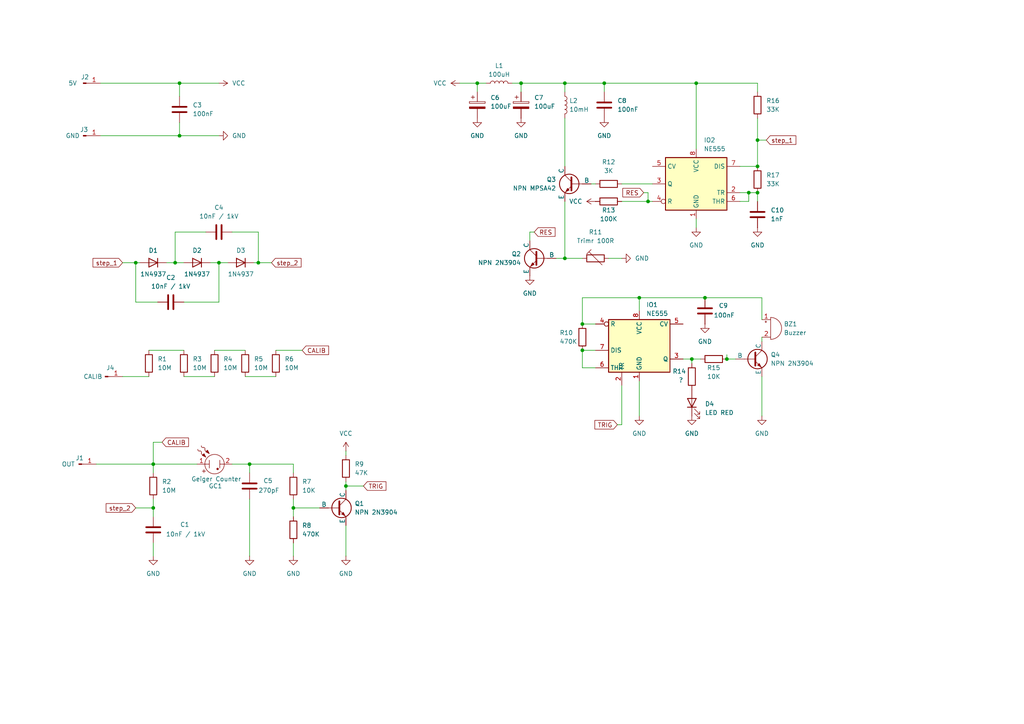
<source format=kicad_sch>
(kicad_sch (version 20231120) (generator "eeschema") (generator_version "8.0")
  (paper "A4")
  (title_block (title "Dozimetr V1") (date "23.12.2024") (company "SPŠ na Proseku") (comment 1 "Ondřej Kautský") (comment 2 "L2") (comment 3 "3EA"))
  (lib_symbols
    (symbol "Connector:Conn_01x01_Pin" (pin_names (offset 1.016) hide)
      (property "Reference" "J" (at 0 2.54 0))
      (property "Value" "Conn_01x01_Pin" (at 0 -2.54 0))
      (symbol "Conn_01x01_Pin_1_1"
        (polyline (pts (xy 1.27 0) (xy 0.8636 0)) (stroke (width 0.1524)))
        (rectangle (start 0.8636 0.127) (end 0 -0.127) (stroke (width 0.1524)) (fill (type outline)))
        (pin passive line (at 5.08 0 180) (length 3.81) (name "Pin_1") (number "1"))
      )
    )
    (symbol "Device:Buzzer" (pin_names (offset 0.0254) hide)
      (property "Reference" "BZ" (at 3.81 1.27 0))
      (property "Value" "Buzzer" (at 3.81 -1.27 0))
      (symbol "Buzzer_0_1"
        (arc (start 0 -3.175) (mid 3.1612 0) (end 0 3.175))
        (polyline (pts (xy -1.651 1.905) (xy -1.143 1.905)))
        (polyline (pts (xy -1.397 2.159) (xy -1.397 1.651)))
        (polyline (pts (xy 0 3.175) (xy 0 -3.175)))
      )
      (symbol "Buzzer_1_1"
        (pin passive line (at -2.54 2.54 0) (length 2.54) (name "+") (number "1"))
        (pin passive line (at -2.54 -2.54 0) (length 2.54) (name "-") (number "2"))
      )
    )
    (symbol "Device:C" (pin_numbers hide) (pin_names (offset 0.254))
      (property "Reference" "C" (at 0.635 2.54 0))
      (property "Value" "C" (at 0.635 -2.54 0))
      (symbol "C_0_1"
        (polyline (pts (xy -2.032 -0.762) (xy 2.032 -0.762)) (stroke (width 0.508)))
        (polyline (pts (xy -2.032 0.762) (xy 2.032 0.762)) (stroke (width 0.508)))
      )
      (symbol "C_1_1"
        (pin passive line (at 0 3.81 270) (length 2.794) (name "~") (number "1"))
        (pin passive line (at 0 -3.81 90) (length 2.794) (name "~") (number "2"))
      )
    )
    (symbol "Device:C_Polarized" (pin_numbers hide) (pin_names (offset 0.254))
      (property "Reference" "C" (at 0.635 2.54 0))
      (property "Value" "C_Polarized" (at 0.635 -2.54 0))
      (symbol "C_Polarized_0_1"
        (rectangle (start -2.286 0.508) (end 2.286 1.016))
        (polyline (pts (xy -1.778 2.286) (xy -0.762 2.286)))
        (polyline (pts (xy -1.27 2.794) (xy -1.27 1.778)))
        (rectangle (start 2.286 -0.508) (end -2.286 -1.016) (fill (type outline)))
      )
      (symbol "C_Polarized_1_1"
        (pin passive line (at 0 3.81 270) (length 2.794) (name "~") (number "1"))
        (pin passive line (at 0 -3.81 90) (length 2.794) (name "~") (number "2"))
      )
    )
    (symbol "Device:D" (pin_numbers hide) (pin_names (offset 1.016) hide)
      (property "Reference" "D" (at 0 2.54 0))
      (property "Value" "D" (at 0 -2.54 0))
      (symbol "D_0_1"
        (polyline (pts (xy -1.27 1.27) (xy -1.27 -1.27)) (stroke (width 0.254)))
        (polyline (pts (xy 1.27 0) (xy -1.27 0)))
        (polyline (pts (xy 1.27 1.27) (xy 1.27 -1.27) (xy -1.27 0) (xy 1.27 1.27)) (stroke (width 0.254)))
      )
      (symbol "D_1_1"
        (pin passive line (at -3.81 0 0) (length 2.54) (name "K") (number "1"))
        (pin passive line (at 3.81 0 180) (length 2.54) (name "A") (number "2"))
      )
    )
    (symbol "Device:L" (pin_numbers hide) (pin_names (offset 1.016) hide)
      (property "Reference" "L" (at -1.27 0 90))
      (property "Value" "L" (at 1.905 0 90))
      (symbol "L_0_1"
        (arc (start 0 -2.54) (mid 0.6323 -1.905) (end 0 -1.27))
        (arc (start 0 -1.27) (mid 0.6323 -0.635) (end 0 0))
        (arc (start 0 0) (mid 0.6323 0.635) (end 0 1.27))
        (arc (start 0 1.27) (mid 0.6323 1.905) (end 0 2.54))
      )
      (symbol "L_1_1"
        (pin passive line (at 0 3.81 270) (length 1.27) (name "1") (number "1"))
        (pin passive line (at 0 -3.81 90) (length 1.27) (name "2") (number "2"))
      )
    )
    (symbol "Device:LED" (pin_numbers hide) (pin_names (offset 1.016) hide)
      (property "Reference" "D" (at 0 2.54 0))
      (property "Value" "LED" (at 0 -2.54 0))
      (symbol "LED_0_1"
        (polyline (pts (xy -1.27 -1.27) (xy -1.27 1.27)) (stroke (width 0.254)))
        (polyline (pts (xy -1.27 0) (xy 1.27 0)))
        (polyline (pts (xy 1.27 -1.27) (xy 1.27 1.27) (xy -1.27 0) (xy 1.27 -1.27)) (stroke (width 0.254)))
        (polyline (pts (xy -3.048 -0.762) (xy -4.572 -2.286) (xy -3.81 -2.286) (xy -4.572 -2.286) (xy -4.572 -1.524)))
        (polyline (pts (xy -1.778 -0.762) (xy -3.302 -2.286) (xy -2.54 -2.286) (xy -3.302 -2.286) (xy -3.302 -1.524)))
      )
      (symbol "LED_1_1"
        (pin passive line (at -3.81 0 0) (length 2.54) (name "K") (number "1"))
        (pin passive line (at 3.81 0 180) (length 2.54) (name "A") (number "2"))
      )
    )
    (symbol "Device:R" (pin_numbers hide) (pin_names (offset 0))
      (property "Reference" "R" (at 2.032 0 90))
      (property "Value" "R" (at 0 0 90))
      (symbol "R_0_1"
        (rectangle (start -1.016 -2.54) (end 1.016 2.54) (stroke (width 0.254)))
      )
      (symbol "R_1_1"
        (pin passive line (at 0 3.81 270) (length 1.27) (name "~") (number "1"))
        (pin passive line (at 0 -3.81 90) (length 1.27) (name "~") (number "2"))
      )
    )
    (symbol "Device:R_Trim" (pin_numbers hide) (pin_names (offset 0))
      (property "Reference" "R" (at 2.54 -2.54 90))
      (property "Value" "R_Trim" (at -2.54 -0.635 90))
      (symbol "R_Trim_0_1"
        (rectangle (start -1.016 -2.54) (end 1.016 2.54) (stroke (width 0.254)))
        (polyline (pts (xy -1.905 -1.905) (xy 1.905 1.905) (xy 2.54 1.27) (xy 1.27 2.54)))
      )
      (symbol "R_Trim_1_1"
        (pin passive line (at 0 3.81 270) (length 1.27) (name "~") (number "1"))
        (pin passive line (at 0 -3.81 90) (length 1.27) (name "~") (number "2"))
      )
    )
    (symbol "ICM7555xP_1"
      (property "Reference" "IO2" (at 2.1941 12.7 0))
      (property "Value" "NE555" (at 2.1941 10.16 0))
      (symbol "ICM7555xP_1_0_0"
        (pin power_in line (at 0 -10.16 90) (length 2.54) (name "GND") (number "1"))
        (pin power_in line (at 0 10.16 270) (length 2.54) (name "VCC") (number "8"))
      )
      (symbol "ICM7555xP_1_0_1"
        (rectangle (start -8.89 -7.62) (end 8.89 7.62) (stroke (width 0.254)) (fill (type background)))
        (rectangle (start -8.89 -7.62) (end 8.89 7.62) (stroke (width 0.254)) (fill (type background)))
      )
      (symbol "ICM7555xP_1_1_1"
        (pin input line (at -5.08 -11.43 90) (length 3.81) (name "TR") (number "2"))
        (pin output line (at 12.7 -3.81 180) (length 3.81) (name "Q") (number "3"))
        (pin input inverted (at -12.7 6.35 0) (length 3.81) (name "R") (number "4"))
        (pin input line (at 12.7 6.35 180) (length 3.81) (name "CV") (number "5"))
        (pin input line (at -12.7 -6.35 0) (length 3.81) (name "THR") (number "6"))
        (pin input line (at -12.7 -1.27 0) (length 3.81) (name "DIS") (number "7"))
      )
    )
    (symbol "Sensor:Nuclear-Radiation_Detector" (pin_names (offset 0) hide)
      (property "Reference" "V" (at 5.08 1.27 0))
      (property "Value" "Nuclear-Radiation_Detector" (at 5.08 -1.27 0))
      (symbol "Nuclear-Radiation_Detector_0_0"
        (text "+" (at 2.032 3.175 0) (effects (font (size 1.27 1.27))))
      )
      (symbol "Nuclear-Radiation_Detector_0_1"
        (arc (start -2.794 3.302) (mid -2.891 3.713) (end -3.302 3.81))
        (polyline (pts (xy -1.143 -1.524) (xy 1.143 -1.524)))
        (polyline (pts (xy -1.143 1.524) (xy 1.143 1.524)))
        (polyline (pts (xy 0 -1.524) (xy 0 -2.54)))
        (polyline (pts (xy 0 2.54) (xy 0 1.524)))
        (polyline (pts (xy -2.54 3.556) (xy -3.048 3.048) (xy -2.032 2.54) (xy -2.54 3.556)) (fill (type outline)))
        (circle (center 0 0) (radius 2.8194))
        (circle (center 1.397 -0.889) (radius 0.254) (fill (type outline)))
      )
      (symbol "Nuclear-Radiation_Detector_1_1"
        (arc (start -4.826 3.302) (mid -4.923 3.713) (end -5.334 3.81))
        (arc (start -4.826 3.302) (mid -4.729 2.891) (end -4.318 2.794))
        (arc (start -3.81 2.286) (mid -3.907 2.697) (end -4.318 2.794))
        (arc (start -3.81 4.318) (mid -3.907 4.729) (end -4.318 4.826))
        (arc (start -3.81 4.318) (mid -3.713 3.907) (end -3.302 3.81))
        (polyline (pts (xy -3.556 2.54) (xy -4.064 2.032) (xy -3.048 1.524) (xy -3.556 2.54)) (fill (type outline)))
        (pin passive line (at 0 5.08 270) (length 2.54) (name "1") (number "1"))
        (pin passive line (at 0 -5.08 90) (length 2.54) (name "2") (number "2"))
      )
    )
    (symbol "Simulation_SPICE:NPN" (pin_numbers hide) (pin_names (offset 0))
      (property "Reference" "Q" (at -2.54 7.62 0))
      (property "Value" "NPN" (at -2.54 5.08 0))
      (symbol "NPN_0_1"
        (polyline (pts (xy -2.54 0) (xy 0.635 0)) (stroke (width 0.1524)))
        (polyline (pts (xy 0.635 0.635) (xy 2.54 2.54)))
        (polyline (pts (xy 2.794 -1.27) (xy 2.794 -1.27)) (stroke (width 0.1524)))
        (polyline (pts (xy 2.794 -1.27) (xy 2.794 -1.27)) (stroke (width 0.1524)))
        (polyline (pts (xy 0.635 -0.635) (xy 2.54 -2.54) (xy 2.54 -2.54)))
        (polyline (pts (xy 0.635 1.905) (xy 0.635 -1.905) (xy 0.635 -1.905)) (stroke (width 0.508)))
        (polyline (pts (xy 1.27 -1.778) (xy 1.778 -1.27) (xy 2.286 -2.286) (xy 1.27 -1.778) (xy 1.27 -1.778)) (fill (type outline)))
        (circle (center 1.27 0) (radius 2.8194) (stroke (width 0.254)))
      )
      (symbol "NPN_1_1"
        (pin open_collector line (at 2.54 5.08 270) (length 2.54) (name "C") (number "1"))
        (pin input line (at -5.08 0 0) (length 2.54) (name "B") (number "2"))
        (pin open_emitter line (at 2.54 -5.08 90) (length 2.54) (name "E") (number "3"))
      )
    )
    (symbol "Timer:ICM7555xP"
      (property "Reference" "IO1" (at 2.1941 12.7 0))
      (property "Value" "NE555" (at 2.1941 10.16 0))
      (symbol "ICM7555xP_0_0"
        (pin power_in line (at 0 -10.16 90) (length 2.54) (name "GND") (number "1"))
        (pin power_in line (at 0 10.16 270) (length 2.54) (name "VCC") (number "8"))
      )
      (symbol "ICM7555xP_0_1"
        (rectangle (start -8.89 -7.62) (end 8.89 7.62) (stroke (width 0.254)) (fill (type background)))
        (rectangle (start -8.89 7.62) (end 8.89 -7.62) (stroke (width 0.254)) (fill (type background)))
      )
      (symbol "ICM7555xP_1_1"
        (pin input line (at 12.7 -2.54 180) (length 3.81) (name "TR") (number "2"))
        (pin output line (at -12.7 0 0) (length 3.81) (name "Q") (number "3"))
        (pin input inverted (at -12.7 -5.08 0) (length 3.81) (name "R") (number "4"))
        (pin input line (at -12.7 5.08 0) (length 3.81) (name "CV") (number "5"))
        (pin input line (at 12.7 -5.08 180) (length 3.81) (name "THR") (number "6"))
        (pin input line (at 12.7 5.08 180) (length 3.81) (name "DIS") (number "7"))
      )
    )
    (symbol "power:GND" (power) (pin_numbers hide) (pin_names (offset 0) hide)
      (property "Value" "GND" (at 0 -3.81 0))
      (symbol "GND_0_1"
        (polyline (pts (xy 0 0) (xy 0 -1.27) (xy 1.27 -1.27) (xy 0 -2.54) (xy -1.27 -1.27) (xy 0 -1.27)))
      )
      (symbol "GND_1_1"
        (pin power_in line (at 0 0 270) (length 0) (name "~") (number "1"))
      )
    )
    (symbol "power:VCC" (power) (pin_numbers hide) (pin_names (offset 0) hide)
      (property "Value" "VCC" (at 0 3.556 0))
      (symbol "VCC_0_1"
        (polyline (pts (xy -0.762 1.27) (xy 0 2.54)))
        (polyline (pts (xy 0 0) (xy 0 2.54)))
        (polyline (pts (xy 0 2.54) (xy 0.762 1.27)))
      )
      (symbol "VCC_1_1"
        (pin power_in line (at 0 0 90) (length 0) (name "~") (number "1"))
      )
    )
  )
  (junction (at 52.07 39.37))
  (junction (at 52.07 24.13))
  (junction (at 219.71 40.64))
  (junction (at 72.39 134.62))
  (junction (at 185.42 86.36))
  (junction (at 201.93 24.13))
  (junction (at 204.47 86.36))
  (junction (at 200.66 104.14))
  (junction (at 210.82 104.14))
  (junction (at 217.17 55.88))
  (junction (at 219.71 55.88))
  (junction (at 44.45 134.62))
  (junction (at 219.71 48.26))
  (junction (at 44.45 147.32))
  (junction (at 100.33 140.97))
  (junction (at 168.91 93.98))
  (junction (at 74.93 76.2))
  (junction (at 163.83 24.13))
  (junction (at 163.83 74.93))
  (junction (at 187.96 58.42))
  (junction (at 168.91 101.6))
  (junction (at 50.8 76.2))
  (junction (at 63.5 76.2))
  (junction (at 175.26 24.13))
  (junction (at 151.13 24.13))
  (junction (at 138.43 24.13))
  (junction (at 85.09 147.32))
  (junction (at 39.37 76.2))
  (wire (pts (xy 153.67 67.31) (xy 154.94 67.31)))
  (wire (pts (xy 85.09 137.16) (xy 85.09 134.62)))
  (wire (pts (xy 175.26 26.67) (xy 175.26 24.13)))
  (wire (pts (xy 179.07 123.19) (xy 180.34 123.19)))
  (wire (pts (xy 39.37 87.63) (xy 39.37 76.2)))
  (wire (pts (xy 92.71 147.32) (xy 85.09 147.32)))
  (wire (pts (xy 44.45 157.48) (xy 44.45 161.29)))
  (wire (pts (xy 180.34 111.76) (xy 180.34 123.19)))
  (wire (pts (xy 100.33 139.7) (xy 100.33 140.97)))
  (wire (pts (xy 201.93 24.13) (xy 201.93 43.18)))
  (wire (pts (xy 168.91 101.6) (xy 168.91 106.68)))
  (wire (pts (xy 204.47 86.36) (xy 220.98 86.36)))
  (wire (pts (xy 29.21 24.13) (xy 52.07 24.13)))
  (wire (pts (xy 219.71 40.64) (xy 219.71 48.26)))
  (wire (pts (xy 53.34 87.63) (xy 63.5 87.63)))
  (wire (pts (xy 185.42 110.49) (xy 185.42 120.65)))
  (wire (pts (xy 133.35 24.13) (xy 138.43 24.13)))
  (wire (pts (xy 85.09 147.32) (xy 85.09 149.86)))
  (wire (pts (xy 85.09 157.48) (xy 85.09 161.29)))
  (wire (pts (xy 171.45 53.34) (xy 172.72 53.34)))
  (wire (pts (xy 138.43 24.13) (xy 140.97 24.13)))
  (wire (pts (xy 39.37 147.32) (xy 44.45 147.32)))
  (wire (pts (xy 151.13 24.13) (xy 163.83 24.13)))
  (wire (pts (xy 44.45 134.62) (xy 44.45 137.16)))
  (wire (pts (xy 213.36 104.14) (xy 210.82 104.14)))
  (wire (pts (xy 50.8 76.2) (xy 53.34 76.2)))
  (wire (pts (xy 200.66 104.14) (xy 203.2 104.14)))
  (wire (pts (xy 52.07 27.94) (xy 52.07 24.13)))
  (wire (pts (xy 63.5 39.37) (xy 52.07 39.37)))
  (wire (pts (xy 187.96 58.42) (xy 189.23 58.42)))
  (wire (pts (xy 163.83 34.29) (xy 163.83 48.26)))
  (wire (pts (xy 35.56 109.22) (xy 43.18 109.22)))
  (wire (pts (xy 163.83 58.42) (xy 163.83 74.93)))
  (wire (pts (xy 52.07 39.37) (xy 29.21 39.37)))
  (wire (pts (xy 48.26 76.2) (xy 50.8 76.2)))
  (wire (pts (xy 74.93 76.2) (xy 73.66 76.2)))
  (wire (pts (xy 148.59 24.13) (xy 151.13 24.13)))
  (wire (pts (xy 44.45 128.27) (xy 44.45 134.62)))
  (wire (pts (xy 44.45 128.27) (xy 46.99 128.27)))
  (wire (pts (xy 67.31 67.31) (xy 74.93 67.31)))
  (wire (pts (xy 60.96 76.2) (xy 63.5 76.2)))
  (wire (pts (xy 214.63 48.26) (xy 219.71 48.26)))
  (wire (pts (xy 74.93 67.31) (xy 74.93 76.2)))
  (wire (pts (xy 27.94 134.62) (xy 44.45 134.62)))
  (wire (pts (xy 168.91 86.36) (xy 185.42 86.36)))
  (wire (pts (xy 186.69 55.88) (xy 187.96 55.88)))
  (wire (pts (xy 168.91 93.98) (xy 172.72 93.98)))
  (wire (pts (xy 163.83 24.13) (xy 175.26 24.13)))
  (wire (pts (xy 63.5 76.2) (xy 63.5 87.63)))
  (wire (pts (xy 201.93 63.5) (xy 201.93 66.04)))
  (wire (pts (xy 185.42 86.36) (xy 204.47 86.36)))
  (wire (pts (xy 187.96 55.88) (xy 187.96 58.42)))
  (wire (pts (xy 71.12 109.22) (xy 80.01 109.22)))
  (wire (pts (xy 180.34 58.42) (xy 187.96 58.42)))
  (wire (pts (xy 185.42 86.36) (xy 185.42 90.17)))
  (wire (pts (xy 201.93 24.13) (xy 219.71 24.13)))
  (wire (pts (xy 210.82 104.14) (xy 210.82 102.87)))
  (wire (pts (xy 74.93 76.2) (xy 78.74 76.2)))
  (wire (pts (xy 72.39 134.62) (xy 85.09 134.62)))
  (wire (pts (xy 67.31 134.62) (xy 72.39 134.62)))
  (wire (pts (xy 198.12 104.14) (xy 200.66 104.14)))
  (wire (pts (xy 180.34 74.93) (xy 176.53 74.93)))
  (wire (pts (xy 219.71 40.64) (xy 222.25 40.64)))
  (wire (pts (xy 72.39 134.62) (xy 72.39 137.16)))
  (wire (pts (xy 50.8 67.31) (xy 50.8 76.2)))
  (wire (pts (xy 100.33 152.4) (xy 100.33 161.29)))
  (wire (pts (xy 44.45 134.62) (xy 57.15 134.62)))
  (wire (pts (xy 44.45 147.32) (xy 44.45 149.86)))
  (wire (pts (xy 163.83 24.13) (xy 163.83 26.67)))
  (wire (pts (xy 100.33 140.97) (xy 105.41 140.97)))
  (wire (pts (xy 80.01 101.6) (xy 87.63 101.6)))
  (wire (pts (xy 163.83 74.93) (xy 168.91 74.93)))
  (wire (pts (xy 153.67 67.31) (xy 153.67 69.85)))
  (wire (pts (xy 180.34 53.34) (xy 189.23 53.34)))
  (wire (pts (xy 39.37 76.2) (xy 40.64 76.2)))
  (wire (pts (xy 219.71 58.42) (xy 219.71 55.88)))
  (wire (pts (xy 100.33 130.81) (xy 100.33 132.08)))
  (wire (pts (xy 72.39 144.78) (xy 72.39 161.29)))
  (wire (pts (xy 35.56 76.2) (xy 39.37 76.2)))
  (wire (pts (xy 220.98 97.79) (xy 220.98 99.06)))
  (wire (pts (xy 63.5 76.2) (xy 66.04 76.2)))
  (wire (pts (xy 219.71 34.29) (xy 219.71 40.64)))
  (wire (pts (xy 214.63 55.88) (xy 217.17 55.88)))
  (wire (pts (xy 217.17 55.88) (xy 217.17 58.42)))
  (wire (pts (xy 200.66 104.14) (xy 200.66 105.41)))
  (wire (pts (xy 59.69 67.31) (xy 50.8 67.31)))
  (wire (pts (xy 39.37 87.63) (xy 45.72 87.63)))
  (wire (pts (xy 53.34 109.22) (xy 62.23 109.22)))
  (wire (pts (xy 43.18 101.6) (xy 53.34 101.6)))
  (wire (pts (xy 168.91 93.98) (xy 168.91 86.36)))
  (wire (pts (xy 62.23 101.6) (xy 71.12 101.6)))
  (wire (pts (xy 220.98 92.71) (xy 220.98 86.36)))
  (wire (pts (xy 151.13 26.67) (xy 151.13 24.13)))
  (wire (pts (xy 161.29 74.93) (xy 163.83 74.93)))
  (wire (pts (xy 172.72 106.68) (xy 168.91 106.68)))
  (wire (pts (xy 44.45 144.78) (xy 44.45 147.32)))
  (wire (pts (xy 85.09 144.78) (xy 85.09 147.32)))
  (wire (pts (xy 217.17 55.88) (xy 219.71 55.88)))
  (wire (pts (xy 220.98 109.22) (xy 220.98 120.65)))
  (wire (pts (xy 219.71 26.67) (xy 219.71 24.13)))
  (wire (pts (xy 100.33 140.97) (xy 100.33 142.24)))
  (wire (pts (xy 138.43 24.13) (xy 138.43 26.67)))
  (wire (pts (xy 168.91 101.6) (xy 172.72 101.6)))
  (wire (pts (xy 52.07 24.13) (xy 63.5 24.13)))
  (wire (pts (xy 214.63 58.42) (xy 217.17 58.42)))
  (wire (pts (xy 175.26 24.13) (xy 201.93 24.13)))
  (wire (pts (xy 52.07 35.56) (xy 52.07 39.37)))
  (global_label "RES" (shape input) (at 186.69 55.88 180) (property "Intersheetrefs" "${INTERSHEET_REFS}" (effects (hide yes))))
  (global_label "TRIG" (shape input) (at 105.41 140.97 0) (property "Intersheetrefs" "${INTERSHEET_REFS}" (effects (hide yes))))
  (global_label "CALIB" (shape input) (at 46.99 128.27 0) (property "Intersheetrefs" "${INTERSHEET_REFS}" (effects (hide yes))))
  (global_label "RES" (shape input) (at 154.94 67.31 0) (property "Intersheetrefs" "${INTERSHEET_REFS}" (effects (hide yes))))
  (global_label "step_2" (shape input) (at 78.74 76.2 0) (property "Intersheetrefs" "${INTERSHEET_REFS}" (effects (hide yes))))
  (global_label "TRIG" (shape input) (at 179.07 123.19 180) (property "Intersheetrefs" "${INTERSHEET_REFS}" (effects (hide yes))))
  (global_label "CALIB" (shape input) (at 87.63 101.6 0) (property "Intersheetrefs" "${INTERSHEET_REFS}" (effects (hide yes))))
  (global_label "step_1" (shape input) (at 222.25 40.64 0) (property "Intersheetrefs" "${INTERSHEET_REFS}" (effects (hide yes))))
  (global_label "step_1" (shape input) (at 35.56 76.2 180) (property "Intersheetrefs" "${INTERSHEET_REFS}" (effects (hide yes))))
  (global_label "step_2" (shape input) (at 39.37 147.32 180) (property "Intersheetrefs" "${INTERSHEET_REFS}" (effects (hide yes))))
  (symbol (lib_id "Device:C") (at 63.5 67.31 270) (unit 1)
    (property "Reference" "C4" (at 63.5 60.198 90))
    (property "Value" "10nF / 1kV" (at 63.5 62.738 90))
    (property "Footprint" "Capacitor_THT:C_Disc_D4.3mm_W1.9mm_P5.00mm" (effects (hide yes)))
    (property "Description" "Unpolarized capacitor" (effects (hide yes)))
  )
  (symbol (lib_id "Device:C") (at 49.53 87.63 270) (unit 1)
    (property "Reference" "C2" (at 49.53 80.518 90))
    (property "Value" "10nF / 1kV" (at 49.53 83.058 90))
    (property "Footprint" "Capacitor_THT:C_Disc_D4.3mm_W1.9mm_P5.00mm" (effects (hide yes)))
    (property "Description" "Unpolarized capacitor" (effects (hide yes)))
  )
  (symbol (lib_id "Device:R") (at 80.01 105.41 0) (unit 1)
    (property "Reference" "R6" (at 82.55 104.1399 0) (effects (justify left)))
    (property "Value" "10M" (at 82.55 106.6799 0) (effects (justify left)))
    (property "Footprint" "Resistor_THT:R_Axial_DIN0207_L6.3mm_D2.5mm_P10.16mm_Horizontal" (effects (hide yes)))
    (property "Description" "Resistor" (effects (hide yes)))
  )
  (symbol (lib_id "power:GND") (at 85.09 161.29 0) (unit 1)
    (property "Reference" "#PWR05" (effects (hide yes)))
    (property "Value" "GND" (at 85.09 166.37 0))
    (property "Description" "Power symbol creates a global label with name \"GND\" , ground" (effects (hide yes)))
  )
  (symbol (lib_id "Device:R") (at 207.01 104.14 90) (unit 1)
    (property "Reference" "R15" (at 207.01 106.68 90))
    (property "Value" "10K" (at 207.01 109.22 90))
    (property "Footprint" "Resistor_THT:R_Axial_DIN0207_L6.3mm_D2.5mm_P10.16mm_Horizontal" (effects (hide yes)))
    (property "Description" "Resistor" (effects (hide yes)))
  )
  (symbol (lib_id "Device:R") (at 53.34 105.41 0) (unit 1)
    (property "Reference" "R3" (at 55.88 104.1399 0) (effects (justify left)))
    (property "Value" "10M" (at 55.88 106.6799 0) (effects (justify left)))
    (property "Footprint" "Resistor_THT:R_Axial_DIN0207_L6.3mm_D2.5mm_P10.16mm_Horizontal" (effects (hide yes)))
    (property "Description" "Resistor" (effects (hide yes)))
  )
  (symbol (lib_id "power:GND") (at 204.47 93.98 0) (unit 1)
    (property "Reference" "#PWR018" (effects (hide yes)))
    (property "Value" "GND" (at 204.47 99.06 0))
    (property "Description" "Power symbol creates a global label with name \"GND\" , ground" (effects (hide yes)))
  )
  (symbol (lib_id "Device:LED") (at 200.66 116.84 90) (unit 1)
    (property "Reference" "D4" (at 204.47 117.1574 90) (effects (justify right)))
    (property "Value" "LED RED" (at 204.47 119.6974 90) (effects (justify right)))
    (property "Footprint" "LED_THT:LED_D5.0mm" (effects (hide yes)))
    (property "Description" "Light emitting diode" (effects (hide yes)))
  )
  (symbol (lib_id "Device:C") (at 44.45 153.67 180) (unit 1)
    (property "Reference" "C1" (at 53.594 152.146 0))
    (property "Value" "10nF / 1kV" (at 53.848 154.94 0))
    (property "Footprint" "Capacitor_THT:C_Disc_D4.3mm_W1.9mm_P5.00mm" (effects (hide yes)))
    (property "Description" "Unpolarized capacitor" (effects (hide yes)))
  )
  (symbol (lib_id "power:GND") (at 44.45 161.29 0) (unit 1)
    (property "Reference" "#PWR01" (effects (hide yes)))
    (property "Value" "GND" (at 44.45 166.37 0))
    (property "Description" "Power symbol creates a global label with name \"GND\" , ground" (effects (hide yes)))
  )
  (symbol (lib_id "Device:R") (at 176.53 58.42 90) (unit 1)
    (property "Reference" "R13" (at 176.53 60.96 90))
    (property "Value" "100K" (at 176.53 63.5 90))
    (property "Footprint" "Resistor_THT:R_Axial_DIN0207_L6.3mm_D2.5mm_P10.16mm_Horizontal" (effects (hide yes)))
    (property "Description" "Resistor" (effects (hide yes)))
  )
  (symbol (lib_id "power:GND") (at 219.71 66.04 0) (unit 1)
    (property "Reference" "#PWR019" (effects (hide yes)))
    (property "Value" "GND" (at 219.71 71.12 0))
    (property "Description" "Power symbol creates a global label with name \"GND\" , ground" (effects (hide yes)))
  )
  (symbol (lib_id "Device:R") (at 168.91 97.79 0) (unit 1)
    (property "Reference" "R10" (at 162.306 96.52 0) (effects (justify left)))
    (property "Value" "470K" (at 162.306 99.06 0) (effects (justify left)))
    (property "Footprint" "Resistor_THT:R_Axial_DIN0207_L6.3mm_D2.5mm_P10.16mm_Horizontal" (effects (hide yes)))
    (property "Description" "Resistor" (effects (hide yes)))
  )
  (symbol (lib_id "power:GND") (at 201.93 66.04 0) (unit 1)
    (property "Reference" "#PWR017" (effects (hide yes)))
    (property "Value" "GND" (at 201.93 71.12 0))
    (property "Description" "Power symbol creates a global label with name \"GND\" , ground" (effects (hide yes)))
  )
  (symbol (lib_id "Device:D") (at 69.85 76.2 0) (mirror y) (unit 1)
    (property "Reference" "D3" (at 69.85 72.644 0))
    (property "Value" "1N4937" (at 69.85 79.502 0))
    (property "Footprint" "Diode_THT:D_A-405_P10.16mm_Horizontal" (effects (hide yes)))
    (property "Description" "Diode" (effects (hide yes)))
    (property "Sim.Device" "D" (effects (hide yes)))
    (property "Sim.Pins" "1=K 2=A" (effects (hide yes)))
  )
  (symbol (lib_id "Device:R") (at 71.12 105.41 0) (unit 1)
    (property "Reference" "R5" (at 73.66 104.1399 0) (effects (justify left)))
    (property "Value" "10M" (at 73.66 106.6799 0) (effects (justify left)))
    (property "Footprint" "Resistor_THT:R_Axial_DIN0207_L6.3mm_D2.5mm_P10.16mm_Horizontal" (effects (hide yes)))
    (property "Description" "Resistor" (effects (hide yes)))
  )
  (symbol (lib_id "power:VCC") (at 172.72 58.42 90) (mirror x) (unit 1)
    (property "Reference" "#PWR012" (effects (hide yes)))
    (property "Value" "VCC" (at 168.91 58.4199 90) (effects (justify left)))
    (property "Description" "Power symbol creates a global label with name \"VCC\"" (effects (hide yes)))
  )
  (symbol (lib_id "power:GND") (at 138.43 34.29 0) (unit 1)
    (property "Reference" "#PWR09" (effects (hide yes)))
    (property "Value" "GND" (at 138.43 39.37 0))
    (property "Description" "Power symbol creates a global label with name \"GND\" , ground" (effects (hide yes)))
  )
  (symbol (lib_id "Device:R") (at 219.71 30.48 0) (unit 1)
    (property "Reference" "R16" (at 222.25 29.2099 0) (effects (justify left)))
    (property "Value" "33K" (at 222.25 31.7499 0) (effects (justify left)))
    (property "Footprint" "Resistor_THT:R_Axial_DIN0207_L6.3mm_D2.5mm_P10.16mm_Horizontal" (effects (hide yes)))
    (property "Description" "Resistor" (effects (hide yes)))
  )
  (symbol (lib_id "Connector:Conn_01x01_Pin") (at 30.48 109.22 0) (unit 1)
    (property "Reference" "J4" (at 32.004 106.68 0))
    (property "Value" "CALIB " (at 27.432 109.22 0))
    (property "Footprint" "Connector_PinHeader_1.00mm:PinHeader_1x01_P1.00mm_Vertical" (effects (hide yes)))
    (property "Description" "Generic connector, single row, 01x01, script generated" (effects (hide yes)))
  )
  (symbol (lib_id "Device:R") (at 44.45 140.97 0) (unit 1)
    (property "Reference" "R2" (at 46.99 139.6999 0) (effects (justify left)))
    (property "Value" "10M" (at 46.99 142.2399 0) (effects (justify left)))
    (property "Footprint" "Resistor_THT:R_Axial_DIN0207_L6.3mm_D2.5mm_P10.16mm_Horizontal" (effects (hide yes)))
    (property "Description" "Resistor" (effects (hide yes)))
  )
  (symbol (lib_id "Simulation_SPICE:NPN") (at 218.44 104.14 0) (unit 1)
    (property "Reference" "Q4" (at 223.52 102.8699 0) (effects (justify left)))
    (property "Value" "NPN 2N3904" (at 223.52 105.4099 0) (effects (justify left)))
    (property "Footprint" "Package_TO_SOT_THT:TO-92" (effects (hide yes)))
    (property "Datasheet" "https://ngspice.sourceforge.io/docs/ngspice-html-manual/manual.xhtml#cha_BJTs" (effects (hide yes)))
    (property "Description" "Bipolar transistor symbol for simulation only, substrate tied to the emitter" (effects (hide yes)))
    (property "Sim.Device" "NPN" (effects (hide yes)))
    (property "Sim.Type" "GUMMELPOON" (effects (hide yes)))
    (property "Sim.Pins" "1=C 2=B 3=E" (effects (hide yes)))
  )
  (symbol (lib_id "Connector:Conn_01x01_Pin") (at 24.13 24.13 0) (unit 1)
    (property "Reference" "J2" (at 24.638 22.352 0))
    (property "Value" "5V" (at 21.082 24.13 0))
    (property "Footprint" "Connector_PinHeader_1.00mm:PinHeader_1x01_P1.00mm_Vertical" (effects (hide yes)))
    (property "Description" "Generic connector, single row, 01x01, script generated" (effects (hide yes)))
  )
  (symbol (lib_id "Simulation_SPICE:NPN") (at 156.21 74.93 0) (mirror y) (unit 1)
    (property "Reference" "Q2" (at 151.13 73.6599 0) (effects (justify left)))
    (property "Value" "NPN 2N3904" (at 151.13 76.1999 0) (effects (justify left)))
    (property "Footprint" "Package_TO_SOT_THT:TO-92" (effects (hide yes)))
    (property "Datasheet" "https://ngspice.sourceforge.io/docs/ngspice-html-manual/manual.xhtml#cha_BJTs" (effects (hide yes)))
    (property "Description" "Bipolar transistor symbol for simulation only, substrate tied to the emitter" (effects (hide yes)))
    (property "Sim.Device" "NPN" (effects (hide yes)))
    (property "Sim.Type" "GUMMELPOON" (effects (hide yes)))
    (property "Sim.Pins" "1=C 2=B 3=E" (effects (hide yes)))
  )
  (symbol (lib_id "Device:D") (at 44.45 76.2 0) (mirror y) (unit 1)
    (property "Reference" "D1" (at 44.45 72.644 0))
    (property "Value" "1N4937" (at 44.45 79.502 0))
    (property "Footprint" "Diode_THT:D_A-405_P10.16mm_Horizontal" (effects (hide yes)))
    (property "Description" "Diode" (effects (hide yes)))
    (property "Sim.Device" "D" (effects (hide yes)))
    (property "Sim.Pins" "1=K 2=A" (effects (hide yes)))
  )
  (symbol (lib_id "Device:Buzzer") (at 223.52 95.25 0) (unit 1)
    (property "Reference" "BZ1" (at 227.33 93.9799 0) (effects (justify left)))
    (property "Value" "Buzzer" (at 227.33 96.5199 0) (effects (justify left)))
    (property "Footprint" "Buzzer_Beeper:Buzzer_15x7.5RM7.6" (effects (hide yes)))
    (property "Description" "Buzzer, polarized" (effects (hide yes)))
  )
  (symbol (lib_id "power:VCC") (at 133.35 24.13 90) (mirror x) (unit 1)
    (property "Reference" "#PWR08" (effects (hide yes)))
    (property "Value" "VCC" (at 129.54 24.1299 90) (effects (justify left)))
    (property "Description" "Power symbol creates a global label with name \"VCC\"" (effects (hide yes)))
  )
  (symbol (lib_name "ICM7555xP_1") (lib_id "Timer:ICM7555xP") (at 185.42 100.33 0) (unit 1)
    (property "Reference" "IO1" (at 187.452 88.392 0) (effects (justify left)))
    (property "Value" "NE555" (at 187.452 90.932 0) (effects (justify left)))
    (property "Footprint" "Package_DIP:DIP-8_W7.62mm_Socket_LongPads" (effects (hide yes)))
    (property "Datasheet" "http://www.intersil.com/content/dam/Intersil/documents/icm7/icm7555-56.pdf" (effects (hide yes)))
    (property "Description" "CMOS General Purpose Timer, 555 compatible, PDIP-8" (effects (hide yes)))
  )
  (symbol (lib_id "power:GND") (at 72.39 161.29 0) (unit 1)
    (property "Reference" "#PWR04" (effects (hide yes)))
    (property "Value" "GND" (at 72.39 166.37 0))
    (property "Description" "Power symbol creates a global label with name \"GND\" , ground" (effects (hide yes)))
  )
  (symbol (lib_id "power:GND") (at 100.33 161.29 0) (unit 1)
    (property "Reference" "#PWR07" (effects (hide yes)))
    (property "Value" "GND" (at 100.33 166.37 0))
    (property "Description" "Power symbol creates a global label with name \"GND\" , ground" (effects (hide yes)))
  )
  (symbol (lib_id "Simulation_SPICE:NPN") (at 97.79 147.32 0) (unit 1)
    (property "Reference" "Q1" (at 102.87 146.0499 0) (effects (justify left)))
    (property "Value" "NPN 2N3904" (at 102.87 148.5899 0) (effects (justify left)))
    (property "Footprint" "Package_TO_SOT_THT:TO-92" (effects (hide yes)))
    (property "Datasheet" "https://ngspice.sourceforge.io/docs/ngspice-html-manual/manual.xhtml#cha_BJTs" (effects (hide yes)))
    (property "Description" "Bipolar transistor symbol for simulation only, substrate tied to the emitter" (effects (hide yes)))
    (property "Sim.Device" "NPN" (effects (hide yes)))
    (property "Sim.Type" "GUMMELPOON" (effects (hide yes)))
    (property "Sim.Pins" "1=C 2=B 3=E" (effects (hide yes)))
  )
  (symbol (lib_id "Device:R") (at 62.23 105.41 0) (unit 1)
    (property "Reference" "R4" (at 64.77 104.1399 0) (effects (justify left)))
    (property "Value" "10M" (at 64.77 106.6799 0) (effects (justify left)))
    (property "Footprint" "Resistor_THT:R_Axial_DIN0207_L6.3mm_D2.5mm_P10.16mm_Horizontal" (effects (hide yes)))
    (property "Description" "Resistor" (effects (hide yes)))
  )
  (symbol (lib_id "Device:C") (at 72.39 140.97 180) (unit 1)
    (property "Reference" "C5" (at 77.724 139.446 0))
    (property "Value" "270pF" (at 77.978 142.24 0))
    (property "Footprint" "Capacitor_THT:C_Disc_D4.3mm_W1.9mm_P5.00mm" (effects (hide yes)))
    (property "Description" "Unpolarized capacitor" (effects (hide yes)))
  )
  (symbol (lib_id "power:GND") (at 151.13 34.29 0) (unit 1)
    (property "Reference" "#PWR010" (effects (hide yes)))
    (property "Value" "GND" (at 151.13 39.37 0))
    (property "Description" "Power symbol creates a global label with name \"GND\" , ground" (effects (hide yes)))
  )
  (symbol (lib_id "Device:R_Trim") (at 172.72 74.93 90) (unit 1)
    (property "Reference" "R11" (at 172.72 67.31 90))
    (property "Value" "Trimr 100R" (at 172.72 69.85 90))
    (property "Footprint" "Resistor_THT:R_Axial_DIN0207_L6.3mm_D2.5mm_P10.16mm_Horizontal" (effects (hide yes)))
    (property "Description" "Trimmable resistor (preset resistor)" (effects (hide yes)))
  )
  (symbol (lib_id "power:GND") (at 185.42 120.65 0) (unit 1)
    (property "Reference" "#PWR015" (effects (hide yes)))
    (property "Value" "GND" (at 185.42 125.73 0))
    (property "Description" "Power symbol creates a global label with name \"GND\" , ground" (effects (hide yes)))
  )
  (symbol (lib_id "Device:R") (at 85.09 140.97 0) (unit 1)
    (property "Reference" "R7" (at 87.63 139.6999 0) (effects (justify left)))
    (property "Value" "10K" (at 87.63 142.2399 0) (effects (justify left)))
    (property "Footprint" "Resistor_THT:R_Axial_DIN0207_L6.3mm_D2.5mm_P10.16mm_Horizontal" (effects (hide yes)))
    (property "Description" "Resistor" (effects (hide yes)))
  )
  (symbol (lib_id "Device:D") (at 57.15 76.2 0) (mirror y) (unit 1)
    (property "Reference" "D2" (at 57.15 72.644 0))
    (property "Value" "1N4937" (at 57.15 79.502 0))
    (property "Footprint" "Diode_THT:D_A-405_P10.16mm_Horizontal" (effects (hide yes)))
    (property "Description" "Diode" (effects (hide yes)))
    (property "Sim.Device" "D" (effects (hide yes)))
    (property "Sim.Pins" "1=K 2=A" (effects (hide yes)))
  )
  (symbol (lib_id "power:GND") (at 200.66 120.65 0) (unit 1)
    (property "Reference" "#PWR016" (effects (hide yes)))
    (property "Value" "GND" (at 200.66 125.73 0))
    (property "Description" "Power symbol creates a global label with name \"GND\" , ground" (effects (hide yes)))
  )
  (symbol (lib_id "Device:R") (at 176.53 53.34 90) (unit 1)
    (property "Reference" "R12" (at 176.53 46.99 90))
    (property "Value" "3K" (at 176.53 49.53 90))
    (property "Footprint" "Resistor_THT:R_Axial_DIN0207_L6.3mm_D2.5mm_P10.16mm_Horizontal" (effects (hide yes)))
    (property "Description" "Resistor" (effects (hide yes)))
  )
  (symbol (lib_id "power:VCC") (at 100.33 130.81 0) (unit 1)
    (property "Reference" "#PWR06" (effects (hide yes)))
    (property "Value" "VCC" (at 100.33 125.73 0))
    (property "Description" "Power symbol creates a global label with name \"VCC\"" (effects (hide yes)))
  )
  (symbol (lib_id "Connector:Conn_01x01_Pin") (at 24.13 39.37 0) (unit 1)
    (property "Reference" "J3" (at 24.384 37.592 0))
    (property "Value" "GND" (at 21.082 39.37 0))
    (property "Footprint" "Connector_PinHeader_1.00mm:PinHeader_1x01_P1.00mm_Vertical" (effects (hide yes)))
    (property "Description" "Generic connector, single row, 01x01, script generated" (effects (hide yes)))
  )
  (symbol (lib_id "Sensor:Nuclear-Radiation_Detector") (at 62.23 134.62 90) (mirror x) (unit 1)
    (property "Reference" "GC1" (at 62.484 140.97 90))
    (property "Value" "Geiger Counter" (at 62.738 138.938 90))
    (property "Footprint" "special:GeigerTube Holder v3 (final)" (effects (hide yes)))
    (property "Description" "Generic radiation detector" (effects (hide yes)))
  )
  (symbol (lib_id "Connector:Conn_01x01_Pin") (at 22.86 134.62 0) (unit 1)
    (property "Reference" "J1" (at 23.114 132.842 0))
    (property "Value" "OUT" (at 19.812 134.62 0))
    (property "Footprint" "Connector_PinHeader_1.00mm:PinHeader_1x01_P1.00mm_Vertical" (effects (hide yes)))
    (property "Description" "Generic connector, single row, 01x01, script generated" (effects (hide yes)))
  )
  (symbol (lib_id "Timer:ICM7555xP") (at 201.93 53.34 0) (unit 1)
    (property "Reference" "IO2" (at 204.1241 40.64 0) (effects (justify left)))
    (property "Value" "NE555" (at 204.1241 43.18 0) (effects (justify left)))
    (property "Footprint" "Package_DIP:DIP-8_W7.62mm_Socket_LongPads" (effects (hide yes)))
    (property "Datasheet" "http://www.intersil.com/content/dam/Intersil/documents/icm7/icm7555-56.pdf" (effects (hide yes)))
    (property "Description" "CMOS General Purpose Timer, 555 compatible, PDIP-8" (effects (hide yes)))
  )
  (symbol (lib_id "Device:L") (at 163.83 30.48 0) (unit 1)
    (property "Reference" "L2" (at 165.1 29.2099 0) (effects (justify left)))
    (property "Value" "10mH" (at 165.1 31.7499 0) (effects (justify left)))
    (property "Footprint" "Inductor_THT:L_Radial_D10.0mm_P5.00mm_Fastron_07M" (effects (hide yes)))
    (property "Description" "Inductor" (effects (hide yes)))
  )
  (symbol (lib_id "Device:C") (at 175.26 30.48 0) (unit 1)
    (property "Reference" "C8" (at 179.07 29.2099 0) (effects (justify left)))
    (property "Value" "100nF" (at 179.07 31.7499 0) (effects (justify left)))
    (property "Footprint" "Capacitor_THT:C_Disc_D4.3mm_W1.9mm_P5.00mm" (effects (hide yes)))
    (property "Description" "Unpolarized capacitor" (effects (hide yes)))
  )
  (symbol (lib_id "Device:R") (at 200.66 109.22 0) (unit 1)
    (property "Reference" "R14" (at 195.072 107.696 0) (effects (justify left)))
    (property "Value" "?" (at 196.85 110.236 0) (effects (justify left)))
    (property "Footprint" "Resistor_THT:R_Axial_DIN0207_L6.3mm_D2.5mm_P10.16mm_Horizontal" (effects (hide yes)))
    (property "Description" "Resistor" (effects (hide yes)))
  )
  (symbol (lib_id "Simulation_SPICE:NPN") (at 166.37 53.34 0) (mirror y) (unit 1)
    (property "Reference" "Q3" (at 161.29 52.0699 0) (effects (justify left)))
    (property "Value" "NPN MPSA42" (at 161.29 54.6099 0) (effects (justify left)))
    (property "Footprint" "Package_TO_SOT_THT:TO-92" (effects (hide yes)))
    (property "Datasheet" "https://ngspice.sourceforge.io/docs/ngspice-html-manual/manual.xhtml#cha_BJTs" (effects (hide yes)))
    (property "Description" "Bipolar transistor symbol for simulation only, substrate tied to the emitter" (effects (hide yes)))
    (property "Sim.Device" "NPN" (effects (hide yes)))
    (property "Sim.Type" "GUMMELPOON" (effects (hide yes)))
    (property "Sim.Pins" "1=C 2=B 3=E" (effects (hide yes)))
  )
  (symbol (lib_id "power:GND") (at 153.67 80.01 0) (unit 1)
    (property "Reference" "#PWR011" (effects (hide yes)))
    (property "Value" "GND" (at 153.67 85.09 0))
    (property "Description" "Power symbol creates a global label with name \"GND\" , ground" (effects (hide yes)))
  )
  (symbol (lib_id "Device:C") (at 204.47 90.17 180) (unit 1)
    (property "Reference" "C9" (at 209.804 88.646 0))
    (property "Value" "100nF" (at 210.058 91.44 0))
    (property "Footprint" "Capacitor_THT:C_Disc_D4.3mm_W1.9mm_P5.00mm" (effects (hide yes)))
    (property "Description" "Unpolarized capacitor" (effects (hide yes)))
  )
  (symbol (lib_id "Device:R") (at 219.71 52.07 0) (unit 1)
    (property "Reference" "R17" (at 222.25 50.7999 0) (effects (justify left)))
    (property "Value" "33K" (at 222.25 53.3399 0) (effects (justify left)))
    (property "Footprint" "Resistor_THT:R_Axial_DIN0207_L6.3mm_D2.5mm_P10.16mm_Horizontal" (effects (hide yes)))
    (property "Description" "Resistor" (effects (hide yes)))
  )
  (symbol (lib_id "Device:R") (at 85.09 153.67 0) (unit 1)
    (property "Reference" "R8" (at 87.63 152.3999 0) (effects (justify left)))
    (property "Value" "470K" (at 87.63 154.9399 0) (effects (justify left)))
    (property "Footprint" "Resistor_THT:R_Axial_DIN0207_L6.3mm_D2.5mm_P10.16mm_Horizontal" (effects (hide yes)))
    (property "Description" "Resistor" (effects (hide yes)))
  )
  (symbol (lib_id "power:VCC") (at 63.5 24.13 270) (unit 1)
    (property "Reference" "#PWR02" (effects (hide yes)))
    (property "Value" "VCC" (at 67.31 24.1299 90) (effects (justify left)))
    (property "Description" "Power symbol creates a global label with name \"VCC\"" (effects (hide yes)))
  )
  (symbol (lib_id "Device:R") (at 43.18 105.41 0) (unit 1)
    (property "Reference" "R1" (at 45.72 104.1399 0) (effects (justify left)))
    (property "Value" "10M" (at 45.72 106.6799 0) (effects (justify left)))
    (property "Footprint" "Resistor_THT:R_Axial_DIN0207_L6.3mm_D2.5mm_P10.16mm_Horizontal" (effects (hide yes)))
    (property "Description" "Resistor" (effects (hide yes)))
  )
  (symbol (lib_id "power:GND") (at 175.26 34.29 0) (unit 1)
    (property "Reference" "#PWR013" (effects (hide yes)))
    (property "Value" "GND" (at 175.26 39.37 0))
    (property "Description" "Power symbol creates a global label with name \"GND\" , ground" (effects (hide yes)))
  )
  (symbol (lib_id "Device:L") (at 144.78 24.13 90) (unit 1)
    (property "Reference" "L1" (at 144.78 19.05 90))
    (property "Value" "100uH" (at 144.78 21.59 90))
    (property "Footprint" "Inductor_THT:L_Axial_L7.0mm_D3.3mm_P12.70mm_Horizontal_Fastron_MICC" (effects (hide yes)))
    (property "Description" "Inductor" (effects (hide yes)))
  )
  (symbol (lib_id "Device:C_Polarized") (at 138.43 30.48 0) (unit 1)
    (property "Reference" "C6" (at 142.24 28.3209 0) (effects (justify left)))
    (property "Value" "100uF" (at 142.24 30.8609 0) (effects (justify left)))
    (property "Footprint" "Capacitor_THT:CP_Radial_D6.3mm_P2.50mm" (effects (hide yes)))
    (property "Description" "Polarized capacitor" (effects (hide yes)))
  )
  (symbol (lib_id "Device:R") (at 100.33 135.89 0) (unit 1)
    (property "Reference" "R9" (at 102.87 134.6199 0) (effects (justify left)))
    (property "Value" "47K" (at 102.87 137.1599 0) (effects (justify left)))
    (property "Footprint" "Resistor_THT:R_Axial_DIN0207_L6.3mm_D2.5mm_P10.16mm_Horizontal" (effects (hide yes)))
    (property "Description" "Resistor" (effects (hide yes)))
  )
  (symbol (lib_id "Device:C") (at 52.07 31.75 0) (unit 1)
    (property "Reference" "C3" (at 55.88 30.4799 0) (effects (justify left)))
    (property "Value" "100nF" (at 55.88 33.0199 0) (effects (justify left)))
    (property "Footprint" "Capacitor_THT:C_Disc_D4.3mm_W1.9mm_P5.00mm" (effects (hide yes)))
    (property "Description" "Unpolarized capacitor" (effects (hide yes)))
  )
  (symbol (lib_id "Device:C") (at 219.71 62.23 0) (unit 1)
    (property "Reference" "C10" (at 223.52 60.9599 0) (effects (justify left)))
    (property "Value" "1nF" (at 223.52 63.4999 0) (effects (justify left)))
    (property "Footprint" "Capacitor_THT:C_Disc_D4.3mm_W1.9mm_P5.00mm" (effects (hide yes)))
    (property "Description" "Unpolarized capacitor" (effects (hide yes)))
  )
  (symbol (lib_id "power:GND") (at 63.5 39.37 90) (unit 1)
    (property "Reference" "#PWR03" (effects (hide yes)))
    (property "Value" "GND" (at 67.31 39.3699 90) (effects (justify right)))
    (property "Description" "Power symbol creates a global label with name \"GND\" , ground" (effects (hide yes)))
  )
  (symbol (lib_id "power:GND") (at 180.34 74.93 90) (unit 1)
    (property "Reference" "#PWR014" (effects (hide yes)))
    (property "Value" "GND" (at 184.15 74.9299 90) (effects (justify right)))
    (property "Description" "Power symbol creates a global label with name \"GND\" , ground" (effects (hide yes)))
  )
  (symbol (lib_id "Device:C_Polarized") (at 151.13 30.48 0) (unit 1)
    (property "Reference" "C7" (at 154.94 28.3209 0) (effects (justify left)))
    (property "Value" "100uF" (at 154.94 30.8609 0) (effects (justify left)))
    (property "Footprint" "Capacitor_THT:CP_Radial_D6.3mm_P2.50mm" (effects (hide yes)))
    (property "Description" "Polarized capacitor" (effects (hide yes)))
  )
  (symbol (lib_id "power:GND") (at 220.98 120.65 0) (unit 1)
    (property "Reference" "#PWR020" (effects (hide yes)))
    (property "Value" "GND" (at 220.98 125.73 0))
    (property "Description" "Power symbol creates a global label with name \"GND\" , ground" (effects (hide yes)))
  )
)
</source>
